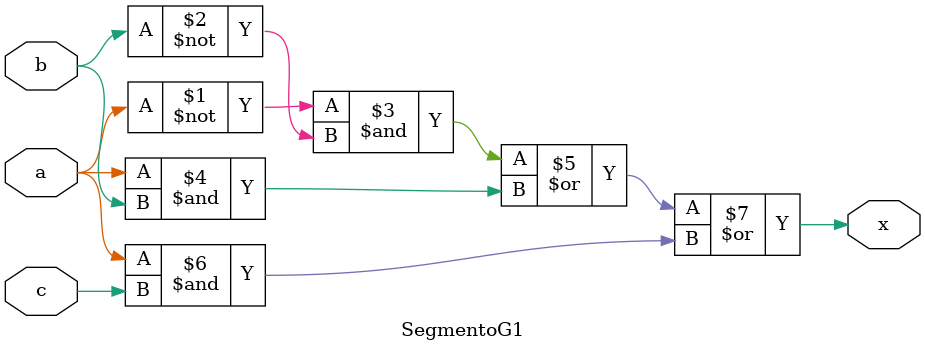
<source format=sv>
module SegmentoG1(a,b,c,x);
   input a,b,c;
  output x;
  
  assign x=(~a&~b)|(a&b)|(a&c);
  
endmodule
</source>
